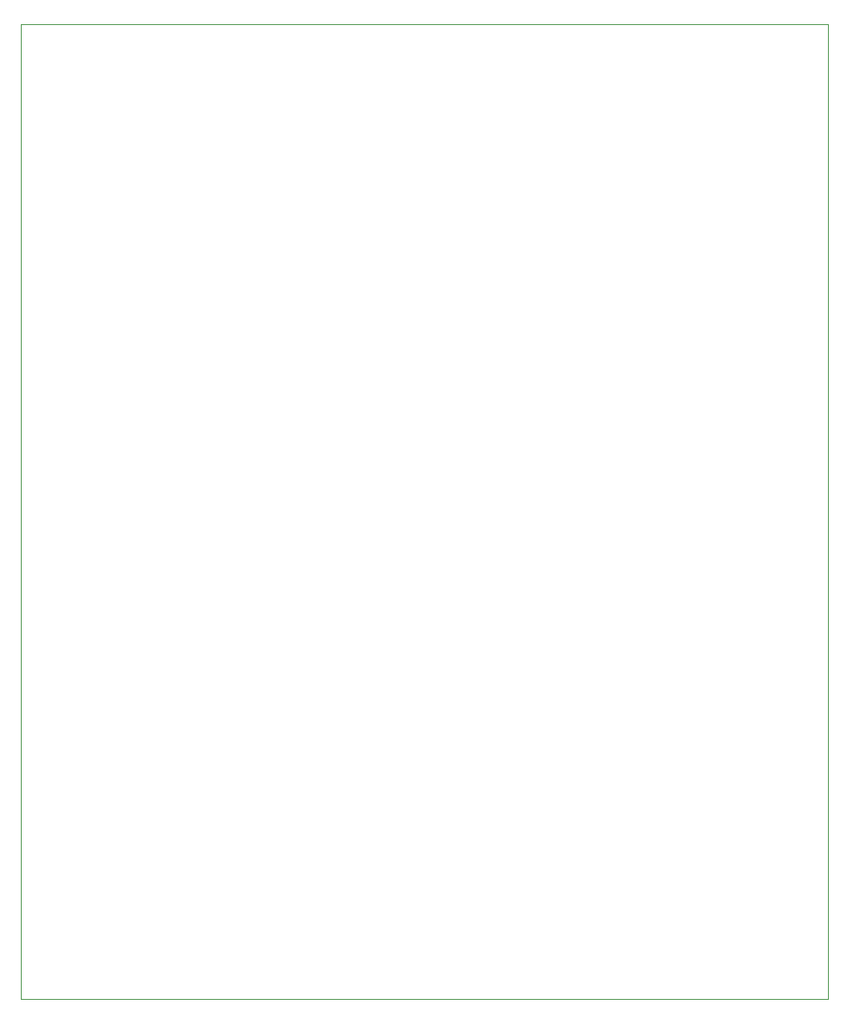
<source format=gbr>
%TF.GenerationSoftware,KiCad,Pcbnew,9.0.6*%
%TF.CreationDate,2026-01-11T21:04:54+09:00*%
%TF.ProjectId,zudo-pd,7a75646f-2d70-4642-9e6b-696361645f70,rev?*%
%TF.SameCoordinates,Original*%
%TF.FileFunction,Profile,NP*%
%FSLAX46Y46*%
G04 Gerber Fmt 4.6, Leading zero omitted, Abs format (unit mm)*
G04 Created by KiCad (PCBNEW 9.0.6) date 2026-01-11 21:04:54*
%MOMM*%
%LPD*%
G01*
G04 APERTURE LIST*
%TA.AperFunction,Profile*%
%ADD10C,0.050000*%
%TD*%
G04 APERTURE END LIST*
D10*
X-6000000Y0D02*
X76000000Y0D01*
X76000000Y-99000000D01*
X-6000000Y-99000000D01*
X-6000000Y0D01*
M02*

</source>
